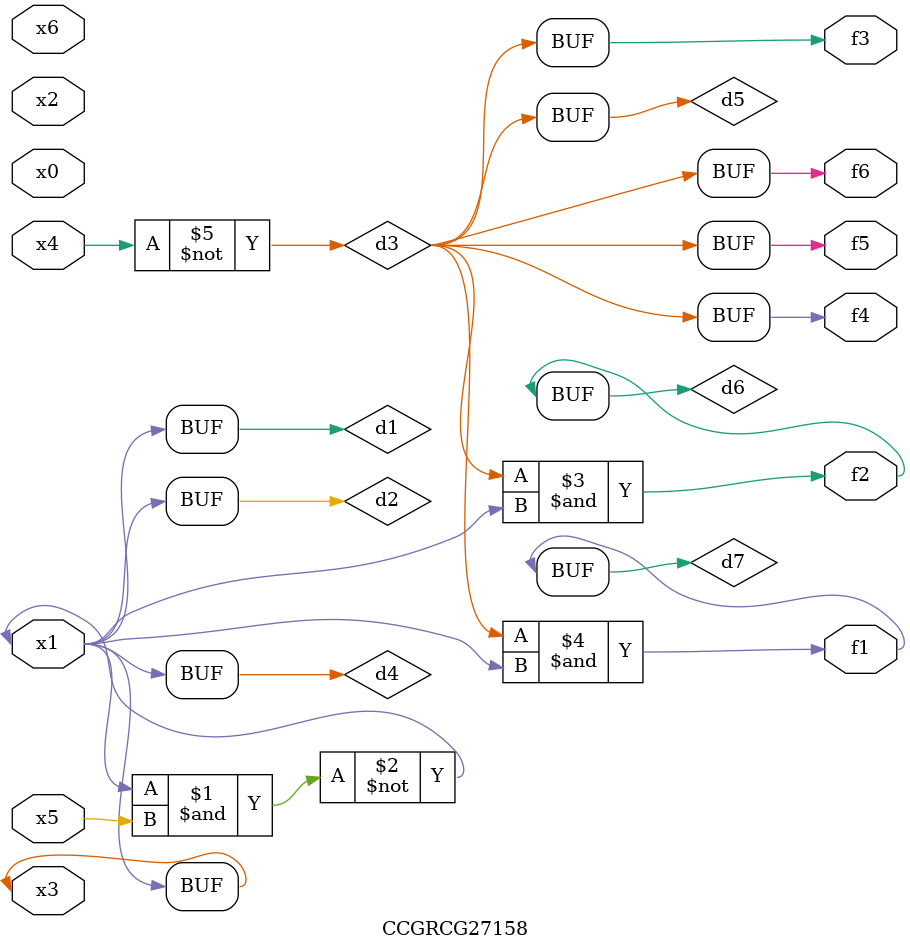
<source format=v>
module CCGRCG27158(
	input x0, x1, x2, x3, x4, x5, x6,
	output f1, f2, f3, f4, f5, f6
);

	wire d1, d2, d3, d4, d5, d6, d7;

	buf (d1, x1, x3);
	nand (d2, x1, x5);
	not (d3, x4);
	buf (d4, d1, d2);
	buf (d5, d3);
	and (d6, d3, d4);
	and (d7, d3, d4);
	assign f1 = d7;
	assign f2 = d6;
	assign f3 = d5;
	assign f4 = d5;
	assign f5 = d5;
	assign f6 = d5;
endmodule

</source>
